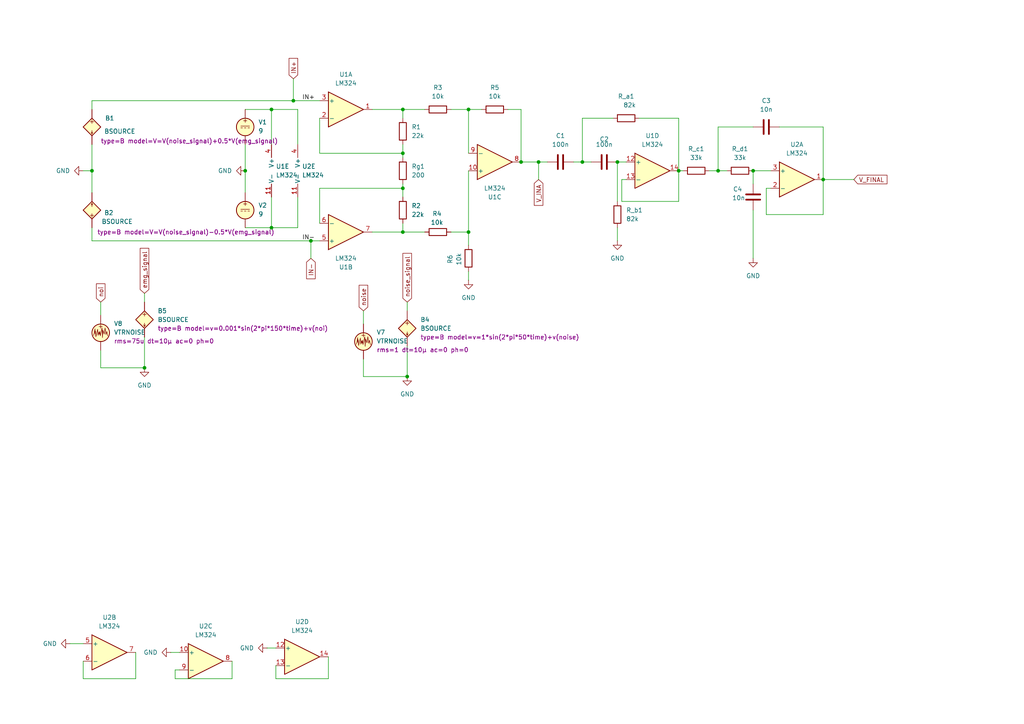
<source format=kicad_sch>
(kicad_sch (version 20250114) (generator "eeschema") (generator_version "9.0")
  (paper "A4")
  (lib_symbols
    (symbol "Amplifier_Operational:LM324" (pin_names (offset 0.127))
      (property "Reference" "U" (at 0 5.08 0))
      (property "Value" "LM324" (at 0 -5.08 0))
      (symbol "LM324_1_1"
        (polyline (pts (xy -5.08 5.08) (xy 5.08 0) (xy -5.08 -5.08) (xy -5.08 5.08)) (stroke (width 0.254)) (fill (type background)))
        (pin input line (at -7.62 2.54 0) (length 2.54) (name "+") (number "3"))
        (pin input line (at -7.62 -2.54 0) (length 2.54) (name "-") (number "2"))
        (pin output line (at 7.62 0 180) (length 2.54) (name "~") (number "1"))
      )
      (symbol "LM324_2_1"
        (polyline (pts (xy -5.08 5.08) (xy 5.08 0) (xy -5.08 -5.08) (xy -5.08 5.08)) (stroke (width 0.254)) (fill (type background)))
        (pin input line (at -7.62 2.54 0) (length 2.54) (name "+") (number "5"))
        (pin input line (at -7.62 -2.54 0) (length 2.54) (name "-") (number "6"))
        (pin output line (at 7.62 0 180) (length 2.54) (name "~") (number "7"))
      )
      (symbol "LM324_3_1"
        (polyline (pts (xy -5.08 5.08) (xy 5.08 0) (xy -5.08 -5.08) (xy -5.08 5.08)) (stroke (width 0.254)) (fill (type background)))
        (pin input line (at -7.62 2.54 0) (length 2.54) (name "+") (number "10"))
        (pin input line (at -7.62 -2.54 0) (length 2.54) (name "-") (number "9"))
        (pin output line (at 7.62 0 180) (length 2.54) (name "~") (number "8"))
      )
      (symbol "LM324_4_1"
        (polyline (pts (xy -5.08 5.08) (xy 5.08 0) (xy -5.08 -5.08) (xy -5.08 5.08)) (stroke (width 0.254)) (fill (type background)))
        (pin input line (at -7.62 2.54 0) (length 2.54) (name "+") (number "12"))
        (pin input line (at -7.62 -2.54 0) (length 2.54) (name "-") (number "13"))
        (pin output line (at 7.62 0 180) (length 2.54) (name "~") (number "14"))
      )
      (symbol "LM324_5_1"
        (pin power_in line (at -2.54 7.62 270) (length 3.81) (name "V+") (number "4"))
        (pin power_in line (at -2.54 -7.62 90) (length 3.81) (name "V-") (number "11"))
      )
    )
    (symbol "Device:C" (pin_numbers (hide yes)) (pin_names (offset 0.254))
      (property "Reference" "C" (at 0.635 2.54 0))
      (property "Value" "C" (at 0.635 -2.54 0))
      (symbol "C_0_1"
        (polyline (pts (xy -2.032 0.762) (xy 2.032 0.762)) (stroke (width 0.508)))
        (polyline (pts (xy -2.032 -0.762) (xy 2.032 -0.762)) (stroke (width 0.508)))
      )
      (symbol "C_1_1"
        (pin passive line (at 0 3.81 270) (length 2.794) (name "~") (number "1"))
        (pin passive line (at 0 -3.81 90) (length 2.794) (name "~") (number "2"))
      )
    )
    (symbol "Device:R" (pin_numbers (hide yes)) (pin_names (offset 0))
      (property "Reference" "R" (at 2.032 0 90))
      (property "Value" "R" (at 0 0 90))
      (symbol "R_0_1"
        (rectangle (start -1.016 -2.54) (end 1.016 2.54) (stroke (width 0.254)))
      )
      (symbol "R_1_1"
        (pin passive line (at 0 3.81 270) (length 1.27) (name "~") (number "1"))
        (pin passive line (at 0 -3.81 90) (length 1.27) (name "~") (number "2"))
      )
    )
    (symbol "Simulation_SPICE:BSOURCE" (pin_numbers (hide yes)) (pin_names (offset 1.016) (hide yes))
      (property "Reference" "B" (at 2.54 2.54 0))
      (property "Value" "BSOURCE" (at 2.54 0 0))
      (property "Sim.Params" "type=\"B\" model=\"v=1\"" (at 2.54 -2.54 0))
      (symbol "BSOURCE_0_1"
        (polyline (pts (xy 0 2.54) (xy -2.54 0) (xy 0 -2.54) (xy 2.54 0) (xy 0 2.54)) (stroke (width 0.254)) (fill (type background)))
        (polyline (pts (xy 0 -1.016) (xy 0 -2.032)))
        (polyline (pts (xy 0.254 -1.524) (xy 0 -2.032) (xy -0.254 -1.524)))
      )
      (symbol "BSOURCE_1_1"
        (polyline (pts (xy -0.508 1.524) (xy 0.508 1.524)))
        (polyline (pts (xy 0 1.016) (xy 0 2.032)))
        (pin passive line (at 0 5.08 270) (length 2.54) (name "N+") (number "1"))
        (pin passive line (at 0 -5.08 90) (length 2.54) (name "N-") (number "2"))
      )
    )
    (symbol "Simulation_SPICE:VDC" (pin_numbers (hide yes)) (pin_names (offset 0.0254))
      (property "Reference" "V" (at 2.54 2.54 0))
      (property "Value" "1" (at 2.54 0 0))
      (symbol "VDC_0_0"
        (polyline (pts (xy -1.27 0.254) (xy 1.27 0.254)))
        (polyline (pts (xy -0.762 -0.254) (xy -1.27 -0.254)))
        (polyline (pts (xy 0.254 -0.254) (xy -0.254 -0.254)))
        (polyline (pts (xy 1.27 -0.254) (xy 0.762 -0.254)))
        (text "+" (at 0 1.905 0) (effects (font (size 1.27 1.27))))
      )
      (symbol "VDC_0_1"
        (circle (center 0 0) (radius 2.54) (stroke (width 0.254)) (fill (type background)))
      )
      (symbol "VDC_1_1"
        (pin passive line (at 0 5.08 270) (length 2.54) (name "~") (number "1"))
        (pin passive line (at 0 -5.08 90) (length 2.54) (name "~") (number "2"))
      )
    )
    (symbol "Simulation_SPICE:VTRNOISE" (pin_numbers (hide yes)) (pin_names (offset 0.0254))
      (property "Reference" "V" (at 2.54 2.54 0))
      (property "Value" "VTRNOISE" (at 2.54 0 0))
      (property "Sim.Params" "rms=20n dt=500p ac=0 ph=0" (at 2.54 -2.54 0))
      (symbol "VTRNOISE_0_0"
        (text "+" (at 0 1.905 0) (effects (font (size 1.27 1.27))))
      )
      (symbol "VTRNOISE_0_1"
        (polyline (pts (xy -2.032 -0.762) (xy -1.651 1.143) (xy -1.651 -0.254) (xy -1.524 0.508) (xy -1.397 -1.143) (xy -0.889 1.016) (xy -0.762 -0.762) (xy -0.508 0.254) (xy -0.381 -0.508) (xy -0.254 0.381) (xy -0.127 -0.889) (xy 0.381 1.397) (xy 0.508 -1.397) (xy 0.635 0.762) (xy 1.016 -0.381) (xy 1.27 1.397) (xy 1.524 -0.508) (xy 1.778 0.381) (xy 2.032 -0.889)))
        (circle (center 0 0) (radius 2.54) (stroke (width 0.254)) (fill (type background)))
      )
      (symbol "VTRNOISE_1_1"
        (pin passive line (at 0 5.08 270) (length 2.54) (name "~") (number "1"))
        (pin passive line (at 0 -5.08 90) (length 2.54) (name "~") (number "2"))
      )
    )
    (symbol "power:GND" (power) (pin_numbers (hide yes)) (pin_names (offset 0) (hide yes))
      (property "Value" "GND" (at 0 -3.81 0))
      (symbol "GND_0_1"
        (polyline (pts (xy 0 0) (xy 0 -1.27) (xy 1.27 -1.27) (xy 0 -2.54) (xy -1.27 -1.27) (xy 0 -1.27)))
      )
      (symbol "GND_1_1"
        (pin power_in line (at 0 0 270) (length 0) (name "~") (number "1"))
      )
    )
  )
  (junction (at 71.12 49.53))
  (junction (at 116.84 67.31))
  (junction (at 78.74 66.04))
  (junction (at 168.91 46.99))
  (junction (at 116.84 54.61))
  (junction (at 78.74 31.75))
  (junction (at 26.67 49.53))
  (junction (at 116.84 31.75))
  (junction (at 41.91 106.68))
  (junction (at 151.13 46.99))
  (junction (at 218.44 49.53))
  (junction (at 238.76 52.07))
  (junction (at 116.84 44.45))
  (junction (at 156.21 46.99))
  (junction (at 196.85 49.53))
  (junction (at 179.07 46.99))
  (junction (at 90.17 69.85))
  (junction (at 208.28 49.53))
  (junction (at 118.11 109.22))
  (junction (at 85.09 29.21))
  (junction (at 135.89 67.31))
  (junction (at 135.89 31.75))
  (wire (pts (xy 116.84 67.31) (xy 123.19 67.31)))
  (wire (pts (xy 29.21 106.68) (xy 41.91 106.68)))
  (wire (pts (xy 78.74 66.04) (xy 78.74 57.15)))
  (wire (pts (xy 105.41 90.17) (xy 105.41 93.98)))
  (wire (pts (xy 185.42 34.29) (xy 196.85 34.29)))
  (wire (pts (xy 52.07 194.31) (xy 50.8 194.31)))
  (wire (pts (xy 135.89 31.75) (xy 139.7 31.75)))
  (wire (pts (xy 26.67 41.91) (xy 26.67 49.53)))
  (wire (pts (xy 135.89 67.31) (xy 135.89 71.12)))
  (wire (pts (xy 90.17 69.85) (xy 92.71 69.85)))
  (wire (pts (xy 26.67 69.85) (xy 90.17 69.85)))
  (wire (pts (xy 223.52 54.61) (xy 222.25 54.61)))
  (wire (pts (xy 41.91 97.79) (xy 41.91 106.68)))
  (wire (pts (xy 135.89 67.31) (xy 130.81 67.31)))
  (wire (pts (xy 39.37 196.85) (xy 39.37 189.23)))
  (wire (pts (xy 218.44 49.53) (xy 223.52 49.53)))
  (wire (pts (xy 168.91 34.29) (xy 168.91 46.99)))
  (wire (pts (xy 67.31 196.85) (xy 67.31 191.77)))
  (wire (pts (xy 116.84 44.45) (xy 116.84 45.72)))
  (wire (pts (xy 80.01 193.04) (xy 80.01 196.85)))
  (wire (pts (xy 78.74 31.75) (xy 78.74 41.91)))
  (wire (pts (xy 116.84 41.91) (xy 116.84 44.45)))
  (wire (pts (xy 179.07 66.04) (xy 179.07 69.85)))
  (wire (pts (xy 135.89 49.53) (xy 135.89 67.31)))
  (wire (pts (xy 105.41 109.22) (xy 118.11 109.22)))
  (wire (pts (xy 105.41 104.14) (xy 105.41 109.22)))
  (wire (pts (xy 26.67 49.53) (xy 26.67 55.88)))
  (wire (pts (xy 151.13 31.75) (xy 151.13 46.99)))
  (wire (pts (xy 86.36 66.04) (xy 78.74 66.04)))
  (wire (pts (xy 168.91 46.99) (xy 171.45 46.99)))
  (wire (pts (xy 92.71 64.77) (xy 92.71 54.61)))
  (wire (pts (xy 116.84 54.61) (xy 116.84 57.15)))
  (wire (pts (xy 147.32 31.75) (xy 151.13 31.75)))
  (wire (pts (xy 135.89 78.74) (xy 135.89 81.28)))
  (wire (pts (xy 238.76 62.23) (xy 238.76 52.07)))
  (wire (pts (xy 151.13 46.99) (xy 156.21 46.99)))
  (wire (pts (xy 26.67 31.75) (xy 26.67 29.21)))
  (wire (pts (xy 180.34 58.42) (xy 196.85 58.42)))
  (wire (pts (xy 29.21 87.63) (xy 29.21 91.44)))
  (wire (pts (xy 50.8 194.31) (xy 50.8 196.85)))
  (wire (pts (xy 71.12 41.91) (xy 71.12 49.53)))
  (wire (pts (xy 208.28 49.53) (xy 210.82 49.53)))
  (wire (pts (xy 116.84 67.31) (xy 116.84 64.77)))
  (wire (pts (xy 116.84 53.34) (xy 116.84 54.61)))
  (wire (pts (xy 179.07 46.99) (xy 179.07 58.42)))
  (wire (pts (xy 50.8 196.85) (xy 67.31 196.85)))
  (wire (pts (xy 92.71 44.45) (xy 116.84 44.45)))
  (wire (pts (xy 26.67 66.04) (xy 26.67 69.85)))
  (wire (pts (xy 116.84 31.75) (xy 116.84 34.29)))
  (wire (pts (xy 156.21 46.99) (xy 158.75 46.99)))
  (wire (pts (xy 85.09 22.86) (xy 85.09 29.21)))
  (wire (pts (xy 180.34 52.07) (xy 181.61 52.07)))
  (wire (pts (xy 196.85 58.42) (xy 196.85 49.53)))
  (wire (pts (xy 24.13 196.85) (xy 39.37 196.85)))
  (wire (pts (xy 130.81 31.75) (xy 135.89 31.75)))
  (wire (pts (xy 180.34 52.07) (xy 180.34 58.42)))
  (wire (pts (xy 49.53 189.23) (xy 52.07 189.23)))
  (wire (pts (xy 86.36 41.91) (xy 86.36 31.75)))
  (wire (pts (xy 29.21 101.6) (xy 29.21 106.68)))
  (wire (pts (xy 71.12 66.04) (xy 78.74 66.04)))
  (wire (pts (xy 118.11 100.33) (xy 118.11 109.22)))
  (wire (pts (xy 168.91 34.29) (xy 177.8 34.29)))
  (wire (pts (xy 226.06 36.83) (xy 238.76 36.83)))
  (wire (pts (xy 107.95 31.75) (xy 116.84 31.75)))
  (wire (pts (xy 135.89 31.75) (xy 135.89 44.45)))
  (wire (pts (xy 71.12 31.75) (xy 78.74 31.75)))
  (wire (pts (xy 80.01 196.85) (xy 95.25 196.85)))
  (wire (pts (xy 26.67 29.21) (xy 85.09 29.21)))
  (wire (pts (xy 92.71 34.29) (xy 92.71 44.45)))
  (wire (pts (xy 222.25 54.61) (xy 222.25 62.23)))
  (wire (pts (xy 86.36 57.15) (xy 86.36 66.04)))
  (wire (pts (xy 196.85 49.53) (xy 198.12 49.53)))
  (wire (pts (xy 218.44 36.83) (xy 208.28 36.83)))
  (wire (pts (xy 107.95 67.31) (xy 116.84 67.31)))
  (wire (pts (xy 238.76 52.07) (xy 247.65 52.07)))
  (wire (pts (xy 118.11 87.63) (xy 118.11 90.17)))
  (wire (pts (xy 92.71 54.61) (xy 116.84 54.61)))
  (wire (pts (xy 205.74 49.53) (xy 208.28 49.53)))
  (wire (pts (xy 123.19 31.75) (xy 116.84 31.75)))
  (wire (pts (xy 85.09 29.21) (xy 92.71 29.21)))
  (wire (pts (xy 156.21 46.99) (xy 156.21 52.07)))
  (wire (pts (xy 95.25 196.85) (xy 95.25 190.5)))
  (wire (pts (xy 218.44 60.96) (xy 218.44 74.93)))
  (wire (pts (xy 77.47 187.96) (xy 80.01 187.96)))
  (wire (pts (xy 90.17 69.85) (xy 90.17 74.93)))
  (wire (pts (xy 238.76 36.83) (xy 238.76 52.07)))
  (wire (pts (xy 78.74 31.75) (xy 86.36 31.75)))
  (wire (pts (xy 222.25 62.23) (xy 238.76 62.23)))
  (wire (pts (xy 24.13 191.77) (xy 24.13 196.85)))
  (wire (pts (xy 20.32 186.69) (xy 24.13 186.69)))
  (wire (pts (xy 166.37 46.99) (xy 168.91 46.99)))
  (wire (pts (xy 196.85 34.29) (xy 196.85 49.53)))
  (wire (pts (xy 218.44 49.53) (xy 218.44 53.34)))
  (wire (pts (xy 179.07 46.99) (xy 181.61 46.99)))
  (wire (pts (xy 26.67 49.53) (xy 24.13 49.53)))
  (wire (pts (xy 71.12 49.53) (xy 71.12 55.88)))
  (wire (pts (xy 208.28 36.83) (xy 208.28 49.53)))
  (wire (pts (xy 41.91 85.09) (xy 41.91 87.63)))
  (label "IN+" (at 87.63 29.21 0))
  (label "IN-" (at 87.63 69.85 0))
  (global_label "V_INA" (shape input) (at 156.21 52.07 270) (property "Intersheetrefs" "${INTERSHEET_REFS}" (effects (hide yes))))
  (global_label "IN+" (shape input) (at 85.09 22.86 90) (property "Intersheetrefs" "${INTERSHEET_REFS}" (effects (hide yes))))
  (global_label "noise_signal" (shape input) (at 118.11 87.63 90) (property "Intersheetrefs" "${INTERSHEET_REFS}" (effects (hide yes))))
  (global_label "noi" (shape input) (at 29.21 87.63 90) (property "Intersheetrefs" "${INTERSHEET_REFS}" (effects (hide yes))))
  (global_label "V_FINAL" (shape input) (at 247.65 52.07 0) (property "Intersheetrefs" "${INTERSHEET_REFS}" (effects (hide yes))))
  (global_label "IN-" (shape input) (at 90.17 74.93 270) (property "Intersheetrefs" "${INTERSHEET_REFS}" (effects (hide yes))))
  (global_label "noise" (shape input) (at 105.41 90.17 90) (property "Intersheetrefs" "${INTERSHEET_REFS}" (effects (hide yes))))
  (global_label "emg_signal" (shape input) (at 41.91 85.09 90) (property "Intersheetrefs" "${INTERSHEET_REFS}" (effects (hide yes))))
  (symbol (lib_id "Amplifier_Operational:LM324") (at 88.9 49.53 0) (unit 5)
    (property "Reference" "U2" (at 87.63 48.2599 0) (effects (justify left)))
    (property "Value" "LM324" (at 87.63 50.7999 0) (effects (justify left)))
    (property "Datasheet" "http://www.ti.com/lit/ds/symlink/lm2902-n.pdf" (effects (hide yes)))
    (property "Description" "Low-Power, Quad-Operational Amplifiers, DIP-14/SOIC-14/SSOP-14" (effects (hide yes)))
    (property "Sim.Library" "thismightwork.lib" (effects (hide yes)))
    (property "Sim.Name" "LM324" (effects (hide yes)))
    (property "Sim.Device" "SUBCKT" (effects (hide yes)))
    (property "Sim.Pins" "1=1 2=2 3=3 4=4 5=5 6=6 7=7 8=8 9=9 10=10 11=11 12=12 13=13 14=14" (effects (hide yes)))
  )
  (symbol (lib_id "Device:R") (at 201.93 49.53 270) (unit 1)
    (property "Reference" "R_c1" (at 201.93 43.18 90))
    (property "Value" "33k" (at 201.93 45.72 90))
    (property "Description" "Resistor" (effects (hide yes)))
  )
  (symbol (lib_id "Device:R") (at 179.07 62.23 0) (unit 1)
    (property "Reference" "R_b1" (at 181.61 60.9599 0) (effects (justify left)))
    (property "Value" "82k" (at 181.61 63.4999 0) (effects (justify left)))
    (property "Description" "Resistor" (effects (hide yes)))
  )
  (symbol (lib_id "power:GND") (at 218.44 74.93 0) (unit 1)
    (property "Reference" "#PWR04" (effects (hide yes)))
    (property "Value" "GND" (at 218.44 80.01 0))
    (property "Description" "Power symbol creates a global label with name \"GND\" , ground" (effects (hide yes)))
  )
  (symbol (lib_id "Amplifier_Operational:LM324") (at 100.33 31.75 0) (unit 1)
    (property "Reference" "U1" (at 100.33 21.59 0))
    (property "Value" "LM324" (at 100.33 24.13 0))
    (property "Datasheet" "http://www.ti.com/lit/ds/symlink/lm2902-n.pdf" (effects (hide yes)))
    (property "Description" "Low-Power, Quad-Operational Amplifiers, DIP-14/SOIC-14/SSOP-14" (effects (hide yes)))
    (property "Sim.Library" "thismightwork.lib" (effects (hide yes)))
    (property "Sim.Name" "LM324" (effects (hide yes)))
    (property "Sim.Device" "SUBCKT" (effects (hide yes)))
    (property "Sim.Pins" "1=1 2=2 3=3 4=4 5=5 6=6 7=7 8=8 9=9 10=10 11=11 12=12 13=13 14=14" (effects (hide yes)))
  )
  (symbol (lib_id "Device:C") (at 218.44 57.15 0) (unit 1)
    (property "Reference" "C4" (at 212.598 54.864 0) (effects (justify left)))
    (property "Value" "10n" (at 212.344 57.404 0) (effects (justify left)))
    (property "Description" "Unpolarized capacitor" (effects (hide yes)))
  )
  (symbol (lib_id "Simulation_SPICE:VDC") (at 71.12 60.96 0) (unit 1)
    (property "Reference" "V2" (at 74.93 59.5601 0) (effects (justify left)))
    (property "Value" "9" (at 74.93 62.1001 0) (effects (justify left)))
    (property "Datasheet" "https://ngspice.sourceforge.io/docs/ngspice-html-manual/manual.xhtml#sec_Independent_Sources_for" (effects (hide yes)))
    (property "Description" "Voltage source, DC" (effects (hide yes)))
    (property "Sim.Pins" "1=+ 2=-" (effects (hide yes)))
    (property "Sim.Type" "DC" (effects (hide yes)))
    (property "Sim.Device" "V" (effects (hide yes)))
  )
  (symbol (lib_id "Simulation_SPICE:VTRNOISE") (at 29.21 96.52 0) (unit 1)
    (property "Reference" "V8" (at 33.02 93.8501 0) (effects (justify left)))
    (property "Value" "VTRNOISE" (at 33.02 96.3901 0) (effects (justify left)))
    (property "Datasheet" "https://ngspice.sourceforge.io/docs/ngspice-html-manual/manual.xhtml#subsec_Transient_noise_source" (effects (hide yes)))
    (property "Description" "Voltage source, transient noise" (effects (hide yes)))
    (property "Sim.Pins" "1=+ 2=-" (effects (hide yes)))
    (property "Sim.Params" "rms=75u dt=10µ ac=0 ph=0" (at 33.02 98.9301 0) (effects (justify left)))
    (property "Sim.Device" "V" (effects (hide yes)))
    (property "Sim.Type" "WHITENOISE" (effects (hide yes)))
  )
  (symbol (lib_id "power:GND") (at 24.13 49.53 270) (unit 1)
    (property "Reference" "#PWR07" (effects (hide yes)))
    (property "Value" "GND" (at 20.32 49.5299 90) (effects (justify right)))
    (property "Description" "Power symbol creates a global label with name \"GND\" , ground" (effects (hide yes)))
  )
  (symbol (lib_id "power:GND") (at 77.47 187.96 270) (unit 1)
    (property "Reference" "#PWR010" (effects (hide yes)))
    (property "Value" "GND" (at 73.66 187.9599 90) (effects (justify right)))
    (property "Description" "Power symbol creates a global label with name \"GND\" , ground" (effects (hide yes)))
  )
  (symbol (lib_id "Amplifier_Operational:LM324") (at 231.14 52.07 0) (unit 1)
    (property "Reference" "U2" (at 231.14 41.91 0))
    (property "Value" "LM324" (at 231.14 44.45 0))
    (property "Datasheet" "http://www.ti.com/lit/ds/symlink/lm2902-n.pdf" (effects (hide yes)))
    (property "Description" "Low-Power, Quad-Operational Amplifiers, DIP-14/SOIC-14/SSOP-14" (effects (hide yes)))
    (property "Sim.Library" "thismightwork.lib" (effects (hide yes)))
    (property "Sim.Name" "LM324" (effects (hide yes)))
    (property "Sim.Device" "SUBCKT" (effects (hide yes)))
    (property "Sim.Pins" "1=1 2=2 3=3 4=4 5=5 6=6 7=7 8=8 9=9 10=10 11=11 12=12 13=13 14=14" (effects (hide yes)))
  )
  (symbol (lib_id "power:GND") (at 49.53 189.23 270) (unit 1)
    (property "Reference" "#PWR09" (effects (hide yes)))
    (property "Value" "GND" (at 45.72 189.2299 90) (effects (justify right)))
    (property "Description" "Power symbol creates a global label with name \"GND\" , ground" (effects (hide yes)))
  )
  (symbol (lib_id "Amplifier_Operational:LM324") (at 59.69 191.77 0) (unit 3)
    (property "Reference" "U2" (at 59.69 181.61 0))
    (property "Value" "LM324" (at 59.69 184.15 0))
    (property "Datasheet" "http://www.ti.com/lit/ds/symlink/lm2902-n.pdf" (effects (hide yes)))
    (property "Description" "Low-Power, Quad-Operational Amplifiers, DIP-14/SOIC-14/SSOP-14" (effects (hide yes)))
    (property "Sim.Library" "thismightwork.lib" (effects (hide yes)))
    (property "Sim.Name" "LM324" (effects (hide yes)))
    (property "Sim.Device" "SUBCKT" (effects (hide yes)))
    (property "Sim.Pins" "1=1 2=2 3=3 4=4 5=5 6=6 7=7 8=8 9=9 10=10 11=11 12=12 13=13 14=14" (effects (hide yes)))
  )
  (symbol (lib_id "Amplifier_Operational:LM324") (at 100.33 67.31 0) (mirror x) (unit 2)
    (property "Reference" "U1" (at 100.33 77.47 0))
    (property "Value" "LM324" (at 100.33 74.93 0))
    (property "Datasheet" "http://www.ti.com/lit/ds/symlink/lm2902-n.pdf" (effects (hide yes)))
    (property "Description" "Low-Power, Quad-Operational Amplifiers, DIP-14/SOIC-14/SSOP-14" (effects (hide yes)))
    (property "Sim.Library" "thismightwork.lib" (effects (hide yes)))
    (property "Sim.Name" "LM324" (effects (hide yes)))
    (property "Sim.Device" "SUBCKT" (effects (hide yes)))
    (property "Sim.Pins" "1=1 2=2 3=3 4=4 5=5 6=6 7=7 8=8 9=9 10=10 11=11 12=12 13=13 14=14" (effects (hide yes)))
  )
  (symbol (lib_id "Device:C") (at 162.56 46.99 90) (unit 1)
    (property "Reference" "C1" (at 162.56 39.37 90))
    (property "Value" "100n" (at 162.56 41.91 90))
    (property "Description" "Unpolarized capacitor" (effects (hide yes)))
  )
  (symbol (lib_id "Device:R") (at 116.84 60.96 0) (unit 1)
    (property "Reference" "R2" (at 119.38 59.6899 0) (effects (justify left)))
    (property "Value" "22k" (at 119.38 62.2299 0) (effects (justify left)))
    (property "Description" "Resistor" (effects (hide yes)))
  )
  (symbol (lib_id "Simulation_SPICE:BSOURCE") (at 41.91 92.71 0) (unit 1)
    (property "Reference" "B5" (at 45.72 90.1699 0) (effects (justify left)))
    (property "Value" "BSOURCE" (at 45.72 92.7099 0) (effects (justify left)))
    (property "Datasheet" "https://ngspice.sourceforge.io/docs/ngspice-html-manual/manual.xhtml#sec_Non_linear_Dependent_Sources" (effects (hide yes)))
    (property "Description" "Arbitrary behavioral voltage or current source for simulation only" (effects (hide yes)))
    (property "Sim.Device" "SPICE" (effects (hide yes)))
    (property "Sim.Params" "type=B model=v=0.001*sin(2*pi*150*time)+v(noi)" (at 45.72 95.2499 0) (effects (justify left)))
  )
  (symbol (lib_id "Simulation_SPICE:BSOURCE") (at 26.67 36.83 0) (unit 1)
    (property "Reference" "B1" (at 30.48 34.2899 0) (effects (justify left)))
    (property "Value" "BSOURCE" (at 30.226 38.1 0) (effects (justify left)))
    (property "Datasheet" "https://ngspice.sourceforge.io/docs/ngspice-html-manual/manual.xhtml#sec_Non_linear_Dependent_Sources" (effects (hide yes)))
    (property "Description" "Arbitrary behavioral voltage or current source for simulation only" (effects (hide yes)))
    (property "Sim.Device" "SPICE" (effects (hide yes)))
    (property "Sim.Params" "type=B model=V=V(noise_signal)+0.5*V(emg_signal)" (at 29.21 40.894 0) (effects (justify left)))
  )
  (symbol (lib_id "power:GND") (at 179.07 69.85 0) (unit 1)
    (property "Reference" "#PWR01" (effects (hide yes)))
    (property "Value" "GND" (at 179.07 74.93 0))
    (property "Description" "Power symbol creates a global label with name \"GND\" , ground" (effects (hide yes)))
  )
  (symbol (lib_id "Device:R") (at 181.61 34.29 90) (unit 1)
    (property "Reference" "R_a1" (at 181.61 27.94 90))
    (property "Value" "82k" (at 182.626 30.48 90))
    (property "Description" "Resistor" (effects (hide yes)))
    (property "Sim.Device" "R" (effects (hide yes)))
    (property "Sim.Pins" "1=+ 2=-" (effects (hide yes)))
  )
  (symbol (lib_id "Device:R") (at 116.84 38.1 0) (unit 1)
    (property "Reference" "R1" (at 119.38 36.8299 0) (effects (justify left)))
    (property "Value" "22k" (at 119.38 39.3699 0) (effects (justify left)))
    (property "Description" "Resistor" (effects (hide yes)))
  )
  (symbol (lib_id "power:GND") (at 135.89 81.28 0) (unit 1)
    (property "Reference" "#PWR02" (effects (hide yes)))
    (property "Value" "GND" (at 135.89 86.36 0))
    (property "Description" "Power symbol creates a global label with name \"GND\" , ground" (effects (hide yes)))
  )
  (symbol (lib_id "Amplifier_Operational:LM324") (at 31.75 189.23 0) (unit 2)
    (property "Reference" "U2" (at 31.75 179.07 0))
    (property "Value" "LM324" (at 31.75 181.61 0))
    (property "Datasheet" "http://www.ti.com/lit/ds/symlink/lm2902-n.pdf" (effects (hide yes)))
    (property "Description" "Low-Power, Quad-Operational Amplifiers, DIP-14/SOIC-14/SSOP-14" (effects (hide yes)))
    (property "Sim.Library" "thismightwork.lib" (effects (hide yes)))
    (property "Sim.Name" "LM324" (effects (hide yes)))
    (property "Sim.Device" "SUBCKT" (effects (hide yes)))
    (property "Sim.Pins" "1=1 2=2 3=3 4=4 5=5 6=6 7=7 8=8 9=9 10=10 11=11 12=12 13=13 14=14" (effects (hide yes)))
  )
  (symbol (lib_id "Simulation_SPICE:BSOURCE") (at 118.11 95.25 0) (unit 1)
    (property "Reference" "B4" (at 121.92 92.7099 0) (effects (justify left)))
    (property "Value" "BSOURCE" (at 121.92 95.2499 0) (effects (justify left)))
    (property "Datasheet" "https://ngspice.sourceforge.io/docs/ngspice-html-manual/manual.xhtml#sec_Non_linear_Dependent_Sources" (effects (hide yes)))
    (property "Description" "Arbitrary behavioral voltage or current source for simulation only" (effects (hide yes)))
    (property "Sim.Device" "SPICE" (effects (hide yes)))
    (property "Sim.Params" "type=B model=v=1*sin(2*pi*50*time)+v(noise)" (at 121.92 97.7899 0) (effects (justify left)))
  )
  (symbol (lib_id "Amplifier_Operational:LM324") (at 81.28 49.53 0) (unit 5)
    (property "Reference" "U1" (at 80.01 48.2599 0) (effects (justify left)))
    (property "Value" "LM324" (at 80.01 50.7999 0) (effects (justify left)))
    (property "Datasheet" "http://www.ti.com/lit/ds/symlink/lm2902-n.pdf" (effects (hide yes)))
    (property "Description" "Low-Power, Quad-Operational Amplifiers, DIP-14/SOIC-14/SSOP-14" (effects (hide yes)))
    (property "Sim.Library" "thismightwork.lib" (effects (hide yes)))
    (property "Sim.Name" "LM324" (effects (hide yes)))
    (property "Sim.Device" "SUBCKT" (effects (hide yes)))
    (property "Sim.Pins" "1=1 2=2 3=3 4=4 5=5 6=6 7=7 8=8 9=9 10=10 11=11 12=12 13=13 14=14" (effects (hide yes)))
  )
  (symbol (lib_id "Device:C") (at 222.25 36.83 90) (unit 1)
    (property "Reference" "C3" (at 222.25 29.21 90))
    (property "Value" "10n" (at 222.25 31.75 90))
    (property "Description" "Unpolarized capacitor" (effects (hide yes)))
  )
  (symbol (lib_id "Device:R") (at 127 67.31 90) (unit 1)
    (property "Reference" "R4" (at 126.746 61.976 90))
    (property "Value" "10k" (at 126.746 64.516 90))
    (property "Description" "Resistor" (effects (hide yes)))
  )
  (symbol (lib_id "Simulation_SPICE:VDC") (at 71.12 36.83 0) (unit 1)
    (property "Reference" "V1" (at 74.93 35.4301 0) (effects (justify left)))
    (property "Value" "9" (at 74.93 37.9701 0) (effects (justify left)))
    (property "Datasheet" "https://ngspice.sourceforge.io/docs/ngspice-html-manual/manual.xhtml#sec_Independent_Sources_for" (effects (hide yes)))
    (property "Description" "Voltage source, DC" (effects (hide yes)))
    (property "Sim.Pins" "1=+ 2=-" (effects (hide yes)))
    (property "Sim.Type" "DC" (effects (hide yes)))
    (property "Sim.Device" "V" (effects (hide yes)))
  )
  (symbol (lib_id "power:GND") (at 118.11 109.22 0) (unit 1)
    (property "Reference" "#PWR011" (effects (hide yes)))
    (property "Value" "GND" (at 118.11 114.3 0))
    (property "Description" "Power symbol creates a global label with name \"GND\" , ground" (effects (hide yes)))
  )
  (symbol (lib_id "Amplifier_Operational:LM324") (at 143.51 46.99 0) (mirror x) (unit 3)
    (property "Reference" "U1" (at 143.51 57.15 0))
    (property "Value" "LM324" (at 143.51 54.61 0))
    (property "Datasheet" "http://www.ti.com/lit/ds/symlink/lm2902-n.pdf" (effects (hide yes)))
    (property "Description" "Low-Power, Quad-Operational Amplifiers, DIP-14/SOIC-14/SSOP-14" (effects (hide yes)))
    (property "Sim.Library" "thismightwork.lib" (effects (hide yes)))
    (property "Sim.Name" "LM324" (effects (hide yes)))
    (property "Sim.Device" "SUBCKT" (effects (hide yes)))
    (property "Sim.Pins" "1=1 2=2 3=3 4=4 5=5 6=6 7=7 8=8 9=9 10=10 11=11 12=12 13=13 14=14" (effects (hide yes)))
  )
  (symbol (lib_id "Device:R") (at 116.84 49.53 0) (unit 1)
    (property "Reference" "Rg1" (at 119.38 48.2599 0) (effects (justify left)))
    (property "Value" "200" (at 119.38 50.7999 0) (effects (justify left)))
    (property "Description" "Resistor" (effects (hide yes)))
  )
  (symbol (lib_id "Simulation_SPICE:BSOURCE") (at 26.67 60.96 0) (mirror x) (unit 1)
    (property "Reference" "B2" (at 30.226 61.722 0) (effects (justify left)))
    (property "Value" "BSOURCE" (at 29.464 64.262 0) (effects (justify left)))
    (property "Datasheet" "https://ngspice.sourceforge.io/docs/ngspice-html-manual/manual.xhtml#sec_Non_linear_Dependent_Sources" (effects (hide yes)))
    (property "Description" "Arbitrary behavioral voltage or current source for simulation only" (effects (hide yes)))
    (property "Sim.Device" "SPICE" (effects (hide yes)))
    (property "Sim.Params" "type=B model=V=V(noise_signal)-0.5*V(emg_signal)" (at 28.194 67.31 0) (effects (justify left)))
  )
  (symbol (lib_id "Amplifier_Operational:LM324") (at 189.23 49.53 0) (unit 4)
    (property "Reference" "U1" (at 189.23 39.37 0))
    (property "Value" "LM324" (at 189.23 41.91 0))
    (property "Datasheet" "http://www.ti.com/lit/ds/symlink/lm2902-n.pdf" (effects (hide yes)))
    (property "Description" "Low-Power, Quad-Operational Amplifiers, DIP-14/SOIC-14/SSOP-14" (effects (hide yes)))
    (property "Sim.Library" "thismightwork.lib" (effects (hide yes)))
    (property "Sim.Name" "LM324" (effects (hide yes)))
    (property "Sim.Device" "SUBCKT" (effects (hide yes)))
    (property "Sim.Pins" "1=1 2=2 3=3 4=4 5=5 6=6 7=7 8=8 9=9 10=10 11=11 12=12 13=13 14=14" (effects (hide yes)))
  )
  (symbol (lib_id "Device:C") (at 175.26 46.99 270) (unit 1)
    (property "Reference" "C2" (at 175.26 40.386 90))
    (property "Value" "100n" (at 175.26 41.91 90))
    (property "Description" "Unpolarized capacitor" (effects (hide yes)))
  )
  (symbol (lib_id "Device:R") (at 135.89 74.93 180) (unit 1)
    (property "Reference" "R6" (at 130.556 75.184 90))
    (property "Value" "10k" (at 133.096 75.184 90))
    (property "Description" "Resistor" (effects (hide yes)))
  )
  (symbol (lib_id "power:GND") (at 71.12 49.53 270) (unit 1)
    (property "Reference" "#PWR03" (effects (hide yes)))
    (property "Value" "GND" (at 67.31 49.5299 90) (effects (justify right)))
    (property "Description" "Power symbol creates a global label with name \"GND\" , ground" (effects (hide yes)))
  )
  (symbol (lib_id "Amplifier_Operational:LM324") (at 87.63 190.5 0) (unit 4)
    (property "Reference" "U2" (at 87.63 180.34 0))
    (property "Value" "LM324" (at 87.63 182.88 0))
    (property "Datasheet" "http://www.ti.com/lit/ds/symlink/lm2902-n.pdf" (effects (hide yes)))
    (property "Description" "Low-Power, Quad-Operational Amplifiers, DIP-14/SOIC-14/SSOP-14" (effects (hide yes)))
    (property "Sim.Library" "thismightwork.lib" (effects (hide yes)))
    (property "Sim.Name" "LM324" (effects (hide yes)))
    (property "Sim.Device" "SUBCKT" (effects (hide yes)))
    (property "Sim.Pins" "1=1 2=2 3=3 4=4 5=5 6=6 7=7 8=8 9=9 10=10 11=11 12=12 13=13 14=14" (effects (hide yes)))
  )
  (symbol (lib_id "Device:R") (at 127 31.75 90) (unit 1)
    (property "Reference" "R3" (at 127 25.4 90))
    (property "Value" "10k" (at 127 27.94 90))
    (property "Description" "Resistor" (effects (hide yes)))
  )
  (symbol (lib_id "Device:R") (at 214.63 49.53 270) (unit 1)
    (property "Reference" "R_d1" (at 214.63 43.18 90))
    (property "Value" "33k" (at 214.63 45.72 90))
    (property "Description" "Resistor" (effects (hide yes)))
  )
  (symbol (lib_id "power:GND") (at 20.32 186.69 270) (unit 1)
    (property "Reference" "#PWR08" (effects (hide yes)))
    (property "Value" "GND" (at 16.51 186.6899 90) (effects (justify right)))
    (property "Description" "Power symbol creates a global label with name \"GND\" , ground" (effects (hide yes)))
  )
  (symbol (lib_id "power:GND") (at 41.91 106.68 0) (unit 1)
    (property "Reference" "#PWR012" (effects (hide yes)))
    (property "Value" "GND" (at 41.91 111.76 0))
    (property "Description" "Power symbol creates a global label with name \"GND\" , ground" (effects (hide yes)))
  )
  (symbol (lib_id "Simulation_SPICE:VTRNOISE") (at 105.41 99.06 0) (unit 1)
    (property "Reference" "V7" (at 109.22 96.3901 0) (effects (justify left)))
    (property "Value" "VTRNOISE" (at 109.22 98.9301 0) (effects (justify left)))
    (property "Datasheet" "https://ngspice.sourceforge.io/docs/ngspice-html-manual/manual.xhtml#subsec_Transient_noise_source" (effects (hide yes)))
    (property "Description" "Voltage source, transient noise" (effects (hide yes)))
    (property "Sim.Pins" "1=+ 2=-" (effects (hide yes)))
    (property "Sim.Params" "rms=1 dt=10µ ac=0 ph=0" (at 109.22 101.4701 0) (effects (justify left)))
    (property "Sim.Device" "V" (effects (hide yes)))
    (property "Sim.Type" "WHITENOISE" (effects (hide yes)))
  )
  (symbol (lib_id "Device:R") (at 143.51 31.75 90) (unit 1)
    (property "Reference" "R5" (at 143.51 25.4 90))
    (property "Value" "10k" (at 143.51 27.94 90))
    (property "Description" "Resistor" (effects (hide yes)))
  )
)
</source>
